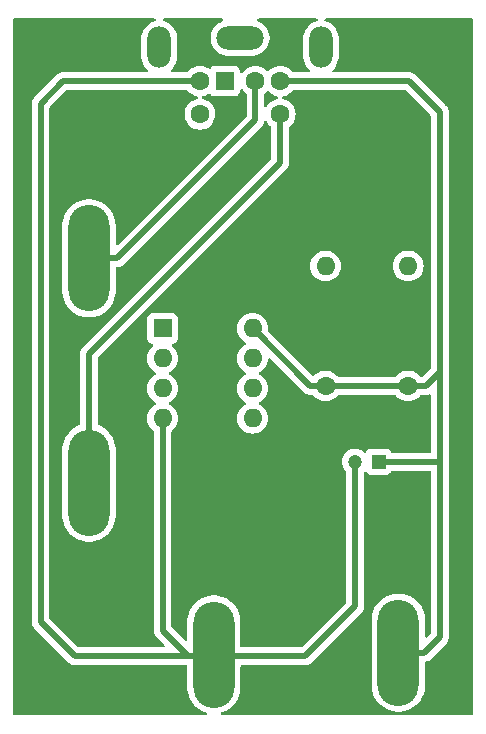
<source format=gbr>
%TF.GenerationSoftware,KiCad,Pcbnew,8.0.4*%
%TF.CreationDate,2024-09-08T09:34:43+02:00*%
%TF.ProjectId,Lichtschranke-M,4c696368-7473-4636-9872-616e6b652d4d,rev?*%
%TF.SameCoordinates,Original*%
%TF.FileFunction,Copper,L2,Bot*%
%TF.FilePolarity,Positive*%
%FSLAX46Y46*%
G04 Gerber Fmt 4.6, Leading zero omitted, Abs format (unit mm)*
G04 Created by KiCad (PCBNEW 8.0.4) date 2024-09-08 09:34:43*
%MOMM*%
%LPD*%
G01*
G04 APERTURE LIST*
%TA.AperFunction,ComponentPad*%
%ADD10O,3.500000X9.000000*%
%TD*%
%TA.AperFunction,ComponentPad*%
%ADD11R,1.600000X1.600000*%
%TD*%
%TA.AperFunction,ComponentPad*%
%ADD12C,1.600000*%
%TD*%
%TA.AperFunction,ComponentPad*%
%ADD13O,2.000000X3.500000*%
%TD*%
%TA.AperFunction,ComponentPad*%
%ADD14O,4.000000X2.000000*%
%TD*%
%TA.AperFunction,ComponentPad*%
%ADD15O,1.600000X1.600000*%
%TD*%
%TA.AperFunction,ComponentPad*%
%ADD16R,1.200000X1.200000*%
%TD*%
%TA.AperFunction,ComponentPad*%
%ADD17C,1.200000*%
%TD*%
%TA.AperFunction,Conductor*%
%ADD18C,0.500000*%
%TD*%
%TA.AperFunction,Conductor*%
%ADD19C,0.200000*%
%TD*%
G04 APERTURE END LIST*
D10*
%TO.P,J3,1,Pin_1*%
%TO.N,F*%
X132000000Y-89500000D03*
%TD*%
%TO.P,J5,1,Pin_1*%
%TO.N,+5V*%
X158200000Y-103900000D03*
%TD*%
%TO.P,J2,1,Pin_1*%
%TO.N,E*%
X132000000Y-70500000D03*
%TD*%
%TO.P,J4,1,Pin_1*%
%TO.N,GND*%
X142570000Y-104050000D03*
%TD*%
D11*
%TO.P,J1,1*%
%TO.N,SDA*%
X143500000Y-55500000D03*
D12*
%TO.P,J1,2*%
%TO.N,E*%
X146100000Y-55500000D03*
%TO.P,J1,3*%
%TO.N,GND*%
X141400000Y-55500000D03*
%TO.P,J1,4*%
%TO.N,+5V*%
X148200000Y-55500000D03*
%TO.P,J1,5*%
%TO.N,SCK*%
X141400000Y-58300000D03*
%TO.P,J1,6*%
%TO.N,F*%
X148200000Y-58300000D03*
D13*
%TO.P,J1,7*%
%TO.N,N/C*%
X151650000Y-52650000D03*
D14*
X144800000Y-51850000D03*
D13*
X137950000Y-52650000D03*
%TD*%
D12*
%TO.P,R1,1*%
%TO.N,+5V*%
X152030000Y-81310000D03*
D15*
%TO.P,R1,2*%
%TO.N,Net-(U1-PB2)*%
X152030000Y-71150000D03*
%TD*%
D16*
%TO.P,C2,1*%
%TO.N,+5V*%
X156520000Y-87730000D03*
D17*
%TO.P,C2,2*%
%TO.N,GND*%
X154520000Y-87730000D03*
%TD*%
D12*
%TO.P,R2,1*%
%TO.N,+5V*%
X159030000Y-81310000D03*
D15*
%TO.P,R2,2*%
%TO.N,Net-(U1-AREF{slash}PB0)*%
X159030000Y-71150000D03*
%TD*%
D11*
%TO.P,U1,1,~{RESET}/PB5*%
%TO.N,unconnected-(U1-~{RESET}{slash}PB5-Pad1)*%
X138230000Y-76430000D03*
D15*
%TO.P,U1,2,XTAL1/PB3*%
%TO.N,unconnected-(U1-XTAL1{slash}PB3-Pad2)*%
X138230000Y-78970000D03*
%TO.P,U1,3,XTAL2/PB4*%
%TO.N,unconnected-(U1-XTAL2{slash}PB4-Pad3)*%
X138230000Y-81510000D03*
%TO.P,U1,4,GND*%
%TO.N,GND*%
X138230000Y-84050000D03*
%TO.P,U1,5,AREF/PB0*%
%TO.N,Net-(U1-AREF{slash}PB0)*%
X145850000Y-84050000D03*
%TO.P,U1,6,PB1*%
%TO.N,unconnected-(U1-PB1-Pad6)*%
X145850000Y-81510000D03*
%TO.P,U1,7,PB2*%
%TO.N,Net-(U1-PB2)*%
X145850000Y-78970000D03*
%TO.P,U1,8,VCC*%
%TO.N,+5V*%
X145850000Y-76430000D03*
%TD*%
D18*
%TO.N,GND*%
X138230000Y-102030000D02*
X140400000Y-104200000D01*
X129800000Y-55500000D02*
X127900000Y-57400000D01*
X150300000Y-104200000D02*
X154530000Y-99970000D01*
D19*
X138230000Y-98070000D02*
X138200000Y-98100000D01*
D18*
X154530000Y-99970000D02*
X154530000Y-87730000D01*
X142500000Y-104200000D02*
X140400000Y-104200000D01*
X130800000Y-104200000D02*
X127900000Y-101300000D01*
X142500000Y-104200000D02*
X150300000Y-104200000D01*
D19*
X138200000Y-97230000D02*
X138230000Y-97200000D01*
D18*
X138230000Y-84050000D02*
X138230000Y-97500000D01*
D19*
X138200000Y-98100000D02*
X138200000Y-97230000D01*
D18*
X127900000Y-57400000D02*
X127900000Y-101300000D01*
X141400000Y-55500000D02*
X129800000Y-55500000D01*
X138230000Y-97500000D02*
X138230000Y-98070000D01*
X138230000Y-97500000D02*
X138230000Y-102030000D01*
X140400000Y-104200000D02*
X130800000Y-104200000D01*
D19*
%TO.N,+5V*%
X159000000Y-103100000D02*
X158200000Y-103900000D01*
D18*
X161700000Y-87800000D02*
X161700000Y-102600000D01*
X150730000Y-81310000D02*
X145850000Y-76430000D01*
D19*
X156630000Y-81410000D02*
X156730000Y-81310000D01*
X156530000Y-87730000D02*
X156630000Y-87630000D01*
D18*
X159030000Y-81310000D02*
X156730000Y-81310000D01*
D19*
X161630000Y-87730000D02*
X161700000Y-87800000D01*
D18*
X161700000Y-80160000D02*
X161700000Y-79500000D01*
X161700000Y-79500000D02*
X161700000Y-71800000D01*
X161700000Y-102600000D02*
X160400000Y-103900000D01*
X161700000Y-79500000D02*
X161700000Y-87800000D01*
X160550000Y-81310000D02*
X161700000Y-80160000D01*
X156530000Y-87730000D02*
X161630000Y-87730000D01*
X152030000Y-81310000D02*
X150730000Y-81310000D01*
X160400000Y-103900000D02*
X158200000Y-103900000D01*
X159030000Y-81310000D02*
X160550000Y-81310000D01*
X161700000Y-58100000D02*
X161700000Y-72200000D01*
D19*
X161700000Y-72200000D02*
X161700000Y-71800000D01*
D18*
X159100000Y-55500000D02*
X161700000Y-58100000D01*
D19*
X161730000Y-80130000D02*
X161730000Y-79930000D01*
D18*
X148200000Y-55500000D02*
X159100000Y-55500000D01*
X156730000Y-81310000D02*
X152030000Y-81310000D01*
%TO.N,F*%
X148200000Y-62397900D02*
X148200000Y-58300000D01*
X132000000Y-78597900D02*
X148200000Y-62397900D01*
X132000000Y-89500000D02*
X132000000Y-78597900D01*
%TO.N,E*%
X134400000Y-70500000D02*
X146100000Y-58800000D01*
X146100000Y-58800000D02*
X146100000Y-55500000D01*
X132000000Y-70500000D02*
X134400000Y-70500000D01*
D19*
%TO.N,Net-(U1-AREF{slash}PB0)*%
X158750000Y-71150000D02*
X159030000Y-71150000D01*
X159030000Y-70650000D02*
X159030000Y-71150000D01*
X159030000Y-71150000D02*
X159030000Y-71751700D01*
%TD*%
%TA.AperFunction,NonConductor*%
G36*
X143305053Y-50220185D02*
G01*
X143350808Y-50272989D01*
X143360752Y-50342147D01*
X143331727Y-50405703D01*
X143276334Y-50442430D01*
X143253631Y-50449806D01*
X143224003Y-50459433D01*
X143013566Y-50566657D01*
X142944748Y-50616657D01*
X142822490Y-50705483D01*
X142822488Y-50705485D01*
X142822487Y-50705485D01*
X142655485Y-50872487D01*
X142655485Y-50872488D01*
X142655483Y-50872490D01*
X142619158Y-50922487D01*
X142516657Y-51063566D01*
X142409433Y-51274003D01*
X142336446Y-51498631D01*
X142299500Y-51731902D01*
X142299500Y-51968097D01*
X142336446Y-52201368D01*
X142409433Y-52425996D01*
X142516657Y-52636433D01*
X142655483Y-52827510D01*
X142822490Y-52994517D01*
X143013567Y-53133343D01*
X143112991Y-53184002D01*
X143224003Y-53240566D01*
X143224005Y-53240566D01*
X143224008Y-53240568D01*
X143344412Y-53279689D01*
X143448631Y-53313553D01*
X143681903Y-53350500D01*
X143681908Y-53350500D01*
X145918097Y-53350500D01*
X146151368Y-53313553D01*
X146375992Y-53240568D01*
X146586433Y-53133343D01*
X146777510Y-52994517D01*
X146944517Y-52827510D01*
X147083343Y-52636433D01*
X147190568Y-52425992D01*
X147263553Y-52201368D01*
X147300500Y-51968097D01*
X147300500Y-51731902D01*
X147263553Y-51498631D01*
X147190566Y-51274003D01*
X147083342Y-51063566D01*
X146944517Y-50872490D01*
X146777510Y-50705483D01*
X146586433Y-50566657D01*
X146375996Y-50459433D01*
X146355845Y-50452886D01*
X146323665Y-50442430D01*
X146265992Y-50402993D01*
X146238794Y-50338634D01*
X146250709Y-50269788D01*
X146297953Y-50218312D01*
X146361986Y-50200500D01*
X151241896Y-50200500D01*
X151308935Y-50220185D01*
X151354690Y-50272989D01*
X151364634Y-50342147D01*
X151335609Y-50405703D01*
X151280215Y-50442431D01*
X151074003Y-50509433D01*
X150863566Y-50616657D01*
X150754550Y-50695862D01*
X150672490Y-50755483D01*
X150672488Y-50755485D01*
X150672487Y-50755485D01*
X150505485Y-50922487D01*
X150505485Y-50922488D01*
X150505483Y-50922490D01*
X150445862Y-51004550D01*
X150366657Y-51113566D01*
X150259433Y-51324003D01*
X150186446Y-51548631D01*
X150149500Y-51781902D01*
X150149500Y-53518097D01*
X150186446Y-53751368D01*
X150259433Y-53975996D01*
X150366657Y-54186433D01*
X150505483Y-54377510D01*
X150505485Y-54377512D01*
X150665792Y-54537819D01*
X150699277Y-54599142D01*
X150694293Y-54668834D01*
X150652421Y-54724767D01*
X150586957Y-54749184D01*
X150578111Y-54749500D01*
X149326663Y-54749500D01*
X149259624Y-54729815D01*
X149225088Y-54696623D01*
X149200045Y-54660858D01*
X149039141Y-54499954D01*
X148852734Y-54369432D01*
X148852732Y-54369431D01*
X148646497Y-54273261D01*
X148646488Y-54273258D01*
X148426697Y-54214366D01*
X148426693Y-54214365D01*
X148426692Y-54214365D01*
X148426691Y-54214364D01*
X148426686Y-54214364D01*
X148200002Y-54194532D01*
X148199998Y-54194532D01*
X147973313Y-54214364D01*
X147973302Y-54214366D01*
X147753511Y-54273258D01*
X147753502Y-54273261D01*
X147547267Y-54369431D01*
X147547265Y-54369432D01*
X147360858Y-54499954D01*
X147237681Y-54623132D01*
X147176358Y-54656617D01*
X147106666Y-54651633D01*
X147062319Y-54623132D01*
X146939141Y-54499954D01*
X146752734Y-54369432D01*
X146752732Y-54369431D01*
X146546497Y-54273261D01*
X146546488Y-54273258D01*
X146326697Y-54214366D01*
X146326693Y-54214365D01*
X146326692Y-54214365D01*
X146326691Y-54214364D01*
X146326686Y-54214364D01*
X146100002Y-54194532D01*
X146099998Y-54194532D01*
X145873313Y-54214364D01*
X145873302Y-54214366D01*
X145653511Y-54273258D01*
X145653502Y-54273261D01*
X145447267Y-54369431D01*
X145447265Y-54369432D01*
X145260858Y-54499954D01*
X145099954Y-54660858D01*
X145026074Y-54766372D01*
X144971498Y-54809997D01*
X144901999Y-54817191D01*
X144839644Y-54785669D01*
X144804230Y-54725439D01*
X144800499Y-54695249D01*
X144800499Y-54652129D01*
X144800498Y-54652123D01*
X144800445Y-54651633D01*
X144794091Y-54592517D01*
X144776188Y-54544517D01*
X144743797Y-54457671D01*
X144743793Y-54457664D01*
X144657547Y-54342455D01*
X144657544Y-54342452D01*
X144542335Y-54256206D01*
X144542328Y-54256202D01*
X144407482Y-54205908D01*
X144407483Y-54205908D01*
X144347883Y-54199501D01*
X144347881Y-54199500D01*
X144347873Y-54199500D01*
X144347864Y-54199500D01*
X142652129Y-54199500D01*
X142652123Y-54199501D01*
X142592516Y-54205908D01*
X142457671Y-54256202D01*
X142457664Y-54256206D01*
X142342455Y-54342452D01*
X142301555Y-54397087D01*
X142245620Y-54438958D01*
X142175929Y-54443941D01*
X142131166Y-54424350D01*
X142052734Y-54369432D01*
X142052732Y-54369431D01*
X141846497Y-54273261D01*
X141846488Y-54273258D01*
X141626697Y-54214366D01*
X141626693Y-54214365D01*
X141626692Y-54214365D01*
X141626691Y-54214364D01*
X141626686Y-54214364D01*
X141400002Y-54194532D01*
X141399998Y-54194532D01*
X141173313Y-54214364D01*
X141173302Y-54214366D01*
X140953511Y-54273258D01*
X140953502Y-54273261D01*
X140747267Y-54369431D01*
X140747265Y-54369432D01*
X140560858Y-54499954D01*
X140399954Y-54660858D01*
X140374912Y-54696623D01*
X140320335Y-54740248D01*
X140273337Y-54749500D01*
X139021889Y-54749500D01*
X138954850Y-54729815D01*
X138909095Y-54677011D01*
X138899151Y-54607853D01*
X138928176Y-54544297D01*
X138934208Y-54537819D01*
X139014358Y-54457669D01*
X139094517Y-54377510D01*
X139233343Y-54186433D01*
X139340568Y-53975992D01*
X139413553Y-53751368D01*
X139450500Y-53518097D01*
X139450500Y-51781902D01*
X139413553Y-51548631D01*
X139340566Y-51324003D01*
X139233342Y-51113566D01*
X139094517Y-50922490D01*
X138927510Y-50755483D01*
X138736433Y-50616657D01*
X138525996Y-50509433D01*
X138319785Y-50442431D01*
X138262110Y-50402993D01*
X138234912Y-50338634D01*
X138246827Y-50269788D01*
X138294071Y-50218312D01*
X138358104Y-50200500D01*
X143238014Y-50200500D01*
X143305053Y-50220185D01*
G37*
%TD.AperFunction*%
%TA.AperFunction,NonConductor*%
G36*
X147193334Y-56348367D02*
G01*
X147237681Y-56376868D01*
X147360858Y-56500045D01*
X147360861Y-56500047D01*
X147547266Y-56630568D01*
X147753504Y-56726739D01*
X147753509Y-56726740D01*
X147753511Y-56726741D01*
X147953117Y-56780225D01*
X148012778Y-56816590D01*
X148043307Y-56879437D01*
X148035012Y-56948812D01*
X147990527Y-57002690D01*
X147953117Y-57019775D01*
X147753511Y-57073258D01*
X147753502Y-57073261D01*
X147547267Y-57169431D01*
X147547265Y-57169432D01*
X147360858Y-57299954D01*
X147199954Y-57460858D01*
X147076075Y-57637779D01*
X147021499Y-57681404D01*
X146952000Y-57688598D01*
X146889645Y-57657076D01*
X146854231Y-57596846D01*
X146850500Y-57566656D01*
X146850500Y-56626662D01*
X146870185Y-56559623D01*
X146903379Y-56525086D01*
X146939140Y-56500046D01*
X147062319Y-56376868D01*
X147123642Y-56343383D01*
X147193334Y-56348367D01*
G37*
%TD.AperFunction*%
%TA.AperFunction,NonConductor*%
G36*
X145005700Y-56211037D02*
G01*
X145026074Y-56233629D01*
X145099953Y-56339140D01*
X145260859Y-56500046D01*
X145296621Y-56525086D01*
X145340247Y-56579662D01*
X145349500Y-56626662D01*
X145349500Y-58437770D01*
X145329815Y-58504809D01*
X145313181Y-58525451D01*
X134462181Y-69376451D01*
X134400858Y-69409936D01*
X134331166Y-69404952D01*
X134275233Y-69363080D01*
X134250816Y-69297616D01*
X134250500Y-69288770D01*
X134250500Y-67602500D01*
X134250499Y-67602486D01*
X134248646Y-67588415D01*
X134211993Y-67310007D01*
X134135639Y-67025048D01*
X134022743Y-66752493D01*
X133875238Y-66497006D01*
X133695646Y-66262958D01*
X133695641Y-66262952D01*
X133487047Y-66054358D01*
X133487040Y-66054352D01*
X133252993Y-65874761D01*
X132997510Y-65727258D01*
X132997500Y-65727254D01*
X132724961Y-65614364D01*
X132724954Y-65614362D01*
X132724952Y-65614361D01*
X132439993Y-65538007D01*
X132391113Y-65531571D01*
X132147513Y-65499500D01*
X132147506Y-65499500D01*
X131852494Y-65499500D01*
X131852486Y-65499500D01*
X131574085Y-65536153D01*
X131560007Y-65538007D01*
X131275048Y-65614361D01*
X131275038Y-65614364D01*
X131002499Y-65727254D01*
X131002489Y-65727258D01*
X130747006Y-65874761D01*
X130512959Y-66054352D01*
X130512952Y-66054358D01*
X130304358Y-66262952D01*
X130304352Y-66262959D01*
X130124761Y-66497006D01*
X129977258Y-66752489D01*
X129977254Y-66752499D01*
X129864364Y-67025038D01*
X129864361Y-67025048D01*
X129788008Y-67310004D01*
X129788006Y-67310015D01*
X129749500Y-67602486D01*
X129749500Y-73397513D01*
X129781571Y-73641113D01*
X129788007Y-73689993D01*
X129788008Y-73689995D01*
X129864361Y-73974951D01*
X129864364Y-73974961D01*
X129977254Y-74247500D01*
X129977258Y-74247510D01*
X130124761Y-74502993D01*
X130304352Y-74737040D01*
X130304358Y-74737047D01*
X130512952Y-74945641D01*
X130512959Y-74945647D01*
X130747006Y-75125238D01*
X131002489Y-75272741D01*
X131002490Y-75272741D01*
X131002493Y-75272743D01*
X131275048Y-75385639D01*
X131560007Y-75461993D01*
X131852494Y-75500500D01*
X131852501Y-75500500D01*
X132147499Y-75500500D01*
X132147506Y-75500500D01*
X132439993Y-75461993D01*
X132724952Y-75385639D01*
X132997507Y-75272743D01*
X133252994Y-75125238D01*
X133487042Y-74945646D01*
X133695646Y-74737042D01*
X133875238Y-74502994D01*
X134022743Y-74247507D01*
X134135639Y-73974952D01*
X134211993Y-73689993D01*
X134250500Y-73397506D01*
X134250500Y-71374500D01*
X134270185Y-71307461D01*
X134322989Y-71261706D01*
X134374500Y-71250500D01*
X134473920Y-71250500D01*
X134571462Y-71231096D01*
X134618913Y-71221658D01*
X134755495Y-71165084D01*
X134804729Y-71132186D01*
X134878416Y-71082952D01*
X146682952Y-59278415D01*
X146710205Y-59237627D01*
X146765084Y-59155495D01*
X146788894Y-59098013D01*
X146821659Y-59018912D01*
X146831071Y-58971592D01*
X146863455Y-58909684D01*
X146924170Y-58875109D01*
X146993940Y-58878848D01*
X147050612Y-58919713D01*
X147065069Y-58943377D01*
X147069432Y-58952734D01*
X147199954Y-59139141D01*
X147360859Y-59300046D01*
X147396621Y-59325086D01*
X147440247Y-59379662D01*
X147449500Y-59426662D01*
X147449500Y-62035669D01*
X147429815Y-62102708D01*
X147413181Y-62123350D01*
X131417050Y-78119480D01*
X131417044Y-78119488D01*
X131367812Y-78193168D01*
X131367813Y-78193169D01*
X131334921Y-78242396D01*
X131334914Y-78242408D01*
X131278342Y-78378986D01*
X131278340Y-78378992D01*
X131249500Y-78523979D01*
X131249500Y-84542088D01*
X131229815Y-84609127D01*
X131177011Y-84654882D01*
X131172953Y-84656649D01*
X131002499Y-84727253D01*
X131002489Y-84727258D01*
X130747006Y-84874761D01*
X130512959Y-85054352D01*
X130512952Y-85054358D01*
X130304358Y-85262952D01*
X130304352Y-85262959D01*
X130124761Y-85497006D01*
X129977258Y-85752489D01*
X129977254Y-85752499D01*
X129864364Y-86025038D01*
X129864361Y-86025048D01*
X129788008Y-86310004D01*
X129788006Y-86310015D01*
X129749500Y-86602486D01*
X129749500Y-92397513D01*
X129781571Y-92641113D01*
X129788007Y-92689993D01*
X129788008Y-92689995D01*
X129864361Y-92974951D01*
X129864364Y-92974961D01*
X129977254Y-93247500D01*
X129977258Y-93247510D01*
X130124761Y-93502993D01*
X130304352Y-93737040D01*
X130304358Y-93737047D01*
X130512952Y-93945641D01*
X130512959Y-93945647D01*
X130747006Y-94125238D01*
X131002489Y-94272741D01*
X131002490Y-94272741D01*
X131002493Y-94272743D01*
X131275048Y-94385639D01*
X131560007Y-94461993D01*
X131852494Y-94500500D01*
X131852501Y-94500500D01*
X132147499Y-94500500D01*
X132147506Y-94500500D01*
X132439993Y-94461993D01*
X132724952Y-94385639D01*
X132997507Y-94272743D01*
X133252994Y-94125238D01*
X133487042Y-93945646D01*
X133695646Y-93737042D01*
X133875238Y-93502994D01*
X134022743Y-93247507D01*
X134135639Y-92974952D01*
X134211993Y-92689993D01*
X134250500Y-92397506D01*
X134250500Y-86602494D01*
X134211993Y-86310007D01*
X134135639Y-86025048D01*
X134022743Y-85752493D01*
X133875238Y-85497006D01*
X133695646Y-85262958D01*
X133695641Y-85262952D01*
X133487047Y-85054358D01*
X133487040Y-85054352D01*
X133252993Y-84874761D01*
X132997510Y-84727258D01*
X132997500Y-84727253D01*
X132827047Y-84656649D01*
X132772644Y-84612808D01*
X132750579Y-84546513D01*
X132750500Y-84542088D01*
X132750500Y-78960130D01*
X132770185Y-78893091D01*
X132786819Y-78872449D01*
X140509270Y-71149998D01*
X150724532Y-71149998D01*
X150724532Y-71150001D01*
X150744364Y-71376686D01*
X150744366Y-71376697D01*
X150803258Y-71596488D01*
X150803261Y-71596497D01*
X150899431Y-71802732D01*
X150899432Y-71802734D01*
X151029954Y-71989141D01*
X151190858Y-72150045D01*
X151190861Y-72150047D01*
X151377266Y-72280568D01*
X151583504Y-72376739D01*
X151803308Y-72435635D01*
X151965230Y-72449801D01*
X152029998Y-72455468D01*
X152030000Y-72455468D01*
X152030002Y-72455468D01*
X152086673Y-72450509D01*
X152256692Y-72435635D01*
X152476496Y-72376739D01*
X152682734Y-72280568D01*
X152869139Y-72150047D01*
X153030047Y-71989139D01*
X153160568Y-71802734D01*
X153256739Y-71596496D01*
X153315635Y-71376692D01*
X153335468Y-71150000D01*
X153335468Y-71149998D01*
X157724532Y-71149998D01*
X157724532Y-71150001D01*
X157744364Y-71376686D01*
X157744366Y-71376697D01*
X157803258Y-71596488D01*
X157803261Y-71596497D01*
X157899431Y-71802732D01*
X157899432Y-71802734D01*
X158029954Y-71989141D01*
X158190858Y-72150045D01*
X158190861Y-72150047D01*
X158377266Y-72280568D01*
X158583504Y-72376739D01*
X158803308Y-72435635D01*
X158965230Y-72449801D01*
X159029998Y-72455468D01*
X159030000Y-72455468D01*
X159030002Y-72455468D01*
X159086673Y-72450509D01*
X159256692Y-72435635D01*
X159476496Y-72376739D01*
X159682734Y-72280568D01*
X159869139Y-72150047D01*
X160030047Y-71989139D01*
X160160568Y-71802734D01*
X160256739Y-71596496D01*
X160315635Y-71376692D01*
X160335468Y-71150000D01*
X160333909Y-71132186D01*
X160315635Y-70923313D01*
X160315635Y-70923308D01*
X160256739Y-70703504D01*
X160160568Y-70497266D01*
X160030047Y-70310861D01*
X160030045Y-70310858D01*
X159869141Y-70149954D01*
X159682734Y-70019432D01*
X159682732Y-70019431D01*
X159476497Y-69923261D01*
X159476488Y-69923258D01*
X159256697Y-69864366D01*
X159256693Y-69864365D01*
X159256692Y-69864365D01*
X159256691Y-69864364D01*
X159256686Y-69864364D01*
X159030002Y-69844532D01*
X159029998Y-69844532D01*
X158803313Y-69864364D01*
X158803302Y-69864366D01*
X158583511Y-69923258D01*
X158583502Y-69923261D01*
X158377267Y-70019431D01*
X158377265Y-70019432D01*
X158190858Y-70149954D01*
X158029954Y-70310858D01*
X157899432Y-70497265D01*
X157899431Y-70497267D01*
X157803261Y-70703502D01*
X157803258Y-70703511D01*
X157744366Y-70923302D01*
X157744364Y-70923313D01*
X157724532Y-71149998D01*
X153335468Y-71149998D01*
X153333909Y-71132186D01*
X153315635Y-70923313D01*
X153315635Y-70923308D01*
X153256739Y-70703504D01*
X153160568Y-70497266D01*
X153030047Y-70310861D01*
X153030045Y-70310858D01*
X152869141Y-70149954D01*
X152682734Y-70019432D01*
X152682732Y-70019431D01*
X152476497Y-69923261D01*
X152476488Y-69923258D01*
X152256697Y-69864366D01*
X152256693Y-69864365D01*
X152256692Y-69864365D01*
X152256691Y-69864364D01*
X152256686Y-69864364D01*
X152030002Y-69844532D01*
X152029998Y-69844532D01*
X151803313Y-69864364D01*
X151803302Y-69864366D01*
X151583511Y-69923258D01*
X151583502Y-69923261D01*
X151377267Y-70019431D01*
X151377265Y-70019432D01*
X151190858Y-70149954D01*
X151029954Y-70310858D01*
X150899432Y-70497265D01*
X150899431Y-70497267D01*
X150803261Y-70703502D01*
X150803258Y-70703511D01*
X150744366Y-70923302D01*
X150744364Y-70923313D01*
X150724532Y-71149998D01*
X140509270Y-71149998D01*
X140735966Y-70923302D01*
X148782952Y-62876316D01*
X148832186Y-62802629D01*
X148865084Y-62753395D01*
X148888518Y-62696820D01*
X148921659Y-62616812D01*
X148950500Y-62471817D01*
X148950500Y-62323982D01*
X148950500Y-59426662D01*
X148970185Y-59359623D01*
X149003379Y-59325086D01*
X149039140Y-59300046D01*
X149200045Y-59139141D01*
X149200047Y-59139139D01*
X149330568Y-58952734D01*
X149426739Y-58746496D01*
X149485635Y-58526692D01*
X149505468Y-58300000D01*
X149485635Y-58073308D01*
X149434130Y-57881087D01*
X149426741Y-57853511D01*
X149426738Y-57853502D01*
X149375914Y-57744511D01*
X149330568Y-57647266D01*
X149200047Y-57460861D01*
X149200045Y-57460858D01*
X149039141Y-57299954D01*
X148852734Y-57169432D01*
X148852732Y-57169431D01*
X148646497Y-57073261D01*
X148646488Y-57073258D01*
X148446882Y-57019775D01*
X148387221Y-56983410D01*
X148356692Y-56920563D01*
X148364987Y-56851188D01*
X148409472Y-56797310D01*
X148446882Y-56780225D01*
X148582849Y-56743793D01*
X148646496Y-56726739D01*
X148852734Y-56630568D01*
X149039139Y-56500047D01*
X149200047Y-56339139D01*
X149225088Y-56303377D01*
X149279665Y-56259752D01*
X149326663Y-56250500D01*
X158737770Y-56250500D01*
X158804809Y-56270185D01*
X158825451Y-56286819D01*
X160913181Y-58374548D01*
X160946666Y-58435871D01*
X160949500Y-58462229D01*
X160949500Y-79797770D01*
X160929815Y-79864809D01*
X160913181Y-79885451D01*
X160275451Y-80523181D01*
X160214128Y-80556666D01*
X160187770Y-80559500D01*
X160156663Y-80559500D01*
X160089624Y-80539815D01*
X160055088Y-80506623D01*
X160030045Y-80470858D01*
X159869141Y-80309954D01*
X159682734Y-80179432D01*
X159682732Y-80179431D01*
X159476497Y-80083261D01*
X159476488Y-80083258D01*
X159256697Y-80024366D01*
X159256693Y-80024365D01*
X159256692Y-80024365D01*
X159256691Y-80024364D01*
X159256686Y-80024364D01*
X159030002Y-80004532D01*
X159029998Y-80004532D01*
X158803313Y-80024364D01*
X158803302Y-80024366D01*
X158583511Y-80083258D01*
X158583502Y-80083261D01*
X158377267Y-80179431D01*
X158377265Y-80179432D01*
X158190858Y-80309954D01*
X158029954Y-80470858D01*
X158004912Y-80506623D01*
X157950335Y-80550248D01*
X157903337Y-80559500D01*
X153156663Y-80559500D01*
X153089624Y-80539815D01*
X153055088Y-80506623D01*
X153030045Y-80470858D01*
X152869141Y-80309954D01*
X152682734Y-80179432D01*
X152682732Y-80179431D01*
X152476497Y-80083261D01*
X152476488Y-80083258D01*
X152256697Y-80024366D01*
X152256693Y-80024365D01*
X152256692Y-80024365D01*
X152256691Y-80024364D01*
X152256686Y-80024364D01*
X152030002Y-80004532D01*
X152029998Y-80004532D01*
X151803313Y-80024364D01*
X151803302Y-80024366D01*
X151583511Y-80083258D01*
X151583502Y-80083261D01*
X151377267Y-80179431D01*
X151377265Y-80179432D01*
X151190858Y-80309954D01*
X151078771Y-80422042D01*
X151017448Y-80455527D01*
X150947756Y-80450543D01*
X150903409Y-80422042D01*
X147176716Y-76695348D01*
X147143231Y-76634025D01*
X147140869Y-76596863D01*
X147155468Y-76430000D01*
X147135635Y-76203308D01*
X147076739Y-75983504D01*
X146980568Y-75777266D01*
X146850047Y-75590861D01*
X146850045Y-75590858D01*
X146689141Y-75429954D01*
X146502734Y-75299432D01*
X146502732Y-75299431D01*
X146296497Y-75203261D01*
X146296488Y-75203258D01*
X146076697Y-75144366D01*
X146076693Y-75144365D01*
X146076692Y-75144365D01*
X146076691Y-75144364D01*
X146076686Y-75144364D01*
X145850002Y-75124532D01*
X145849998Y-75124532D01*
X145623313Y-75144364D01*
X145623302Y-75144366D01*
X145403511Y-75203258D01*
X145403502Y-75203261D01*
X145197267Y-75299431D01*
X145197265Y-75299432D01*
X145010858Y-75429954D01*
X144849954Y-75590858D01*
X144719432Y-75777265D01*
X144719431Y-75777267D01*
X144623261Y-75983502D01*
X144623258Y-75983511D01*
X144564366Y-76203302D01*
X144564364Y-76203313D01*
X144544532Y-76429998D01*
X144544532Y-76430001D01*
X144564364Y-76656686D01*
X144564366Y-76656697D01*
X144623258Y-76876488D01*
X144623261Y-76876497D01*
X144719431Y-77082732D01*
X144719432Y-77082734D01*
X144849954Y-77269141D01*
X145010858Y-77430045D01*
X145010861Y-77430047D01*
X145197266Y-77560568D01*
X145255275Y-77587618D01*
X145307714Y-77633791D01*
X145326866Y-77700984D01*
X145306650Y-77767865D01*
X145255275Y-77812382D01*
X145197267Y-77839431D01*
X145197265Y-77839432D01*
X145010858Y-77969954D01*
X144849954Y-78130858D01*
X144719432Y-78317265D01*
X144719431Y-78317267D01*
X144623261Y-78523502D01*
X144623258Y-78523511D01*
X144564366Y-78743302D01*
X144564364Y-78743313D01*
X144544532Y-78969998D01*
X144544532Y-78970001D01*
X144564364Y-79196686D01*
X144564366Y-79196697D01*
X144623258Y-79416488D01*
X144623261Y-79416497D01*
X144719431Y-79622732D01*
X144719432Y-79622734D01*
X144849954Y-79809141D01*
X145010858Y-79970045D01*
X145010861Y-79970047D01*
X145197266Y-80100568D01*
X145255275Y-80127618D01*
X145307714Y-80173791D01*
X145326866Y-80240984D01*
X145306650Y-80307865D01*
X145255275Y-80352382D01*
X145197267Y-80379431D01*
X145197265Y-80379432D01*
X145010858Y-80509954D01*
X144849954Y-80670858D01*
X144719432Y-80857265D01*
X144719431Y-80857267D01*
X144623261Y-81063502D01*
X144623258Y-81063511D01*
X144564366Y-81283302D01*
X144564364Y-81283313D01*
X144544532Y-81509998D01*
X144544532Y-81510001D01*
X144564364Y-81736686D01*
X144564366Y-81736697D01*
X144623258Y-81956488D01*
X144623261Y-81956497D01*
X144719431Y-82162732D01*
X144719432Y-82162734D01*
X144849954Y-82349141D01*
X145010858Y-82510045D01*
X145010861Y-82510047D01*
X145197266Y-82640568D01*
X145255275Y-82667618D01*
X145307714Y-82713791D01*
X145326866Y-82780984D01*
X145306650Y-82847865D01*
X145255275Y-82892382D01*
X145197267Y-82919431D01*
X145197265Y-82919432D01*
X145010858Y-83049954D01*
X144849954Y-83210858D01*
X144719432Y-83397265D01*
X144719431Y-83397267D01*
X144623261Y-83603502D01*
X144623258Y-83603511D01*
X144564366Y-83823302D01*
X144564364Y-83823313D01*
X144544532Y-84049998D01*
X144544532Y-84050001D01*
X144564364Y-84276686D01*
X144564366Y-84276697D01*
X144623258Y-84496488D01*
X144623261Y-84496497D01*
X144719431Y-84702732D01*
X144719432Y-84702734D01*
X144849954Y-84889141D01*
X145010858Y-85050045D01*
X145010861Y-85050047D01*
X145197266Y-85180568D01*
X145403504Y-85276739D01*
X145623308Y-85335635D01*
X145785230Y-85349801D01*
X145849998Y-85355468D01*
X145850000Y-85355468D01*
X145850002Y-85355468D01*
X145906673Y-85350509D01*
X146076692Y-85335635D01*
X146296496Y-85276739D01*
X146502734Y-85180568D01*
X146689139Y-85050047D01*
X146850047Y-84889139D01*
X146980568Y-84702734D01*
X147076739Y-84496496D01*
X147135635Y-84276692D01*
X147155468Y-84050000D01*
X147135635Y-83823308D01*
X147076739Y-83603504D01*
X146980568Y-83397266D01*
X146850047Y-83210861D01*
X146850045Y-83210858D01*
X146689141Y-83049954D01*
X146502734Y-82919432D01*
X146502728Y-82919429D01*
X146444725Y-82892382D01*
X146392285Y-82846210D01*
X146373133Y-82779017D01*
X146393348Y-82712135D01*
X146444725Y-82667618D01*
X146502734Y-82640568D01*
X146689139Y-82510047D01*
X146850047Y-82349139D01*
X146980568Y-82162734D01*
X147076739Y-81956496D01*
X147135635Y-81736692D01*
X147155468Y-81510000D01*
X147135635Y-81283308D01*
X147076739Y-81063504D01*
X146980568Y-80857266D01*
X146850047Y-80670861D01*
X146850045Y-80670858D01*
X146689141Y-80509954D01*
X146502734Y-80379432D01*
X146502728Y-80379429D01*
X146444725Y-80352382D01*
X146392285Y-80306210D01*
X146373133Y-80239017D01*
X146393348Y-80172135D01*
X146444725Y-80127618D01*
X146502734Y-80100568D01*
X146689139Y-79970047D01*
X146850047Y-79809139D01*
X146980568Y-79622734D01*
X147076739Y-79416496D01*
X147135635Y-79196692D01*
X147146223Y-79075670D01*
X147171674Y-79010604D01*
X147228265Y-78969626D01*
X147298027Y-78965747D01*
X147357431Y-78998799D01*
X148780675Y-80422042D01*
X150147049Y-81788416D01*
X150251584Y-81892951D01*
X150251585Y-81892952D01*
X150374498Y-81975080D01*
X150374511Y-81975087D01*
X150501954Y-82027875D01*
X150511087Y-82031658D01*
X150511091Y-82031658D01*
X150511092Y-82031659D01*
X150656079Y-82060500D01*
X150656082Y-82060500D01*
X150903337Y-82060500D01*
X150970376Y-82080185D01*
X151004912Y-82113377D01*
X151029954Y-82149141D01*
X151190858Y-82310045D01*
X151190861Y-82310047D01*
X151377266Y-82440568D01*
X151583504Y-82536739D01*
X151803308Y-82595635D01*
X151965230Y-82609801D01*
X152029998Y-82615468D01*
X152030000Y-82615468D01*
X152030002Y-82615468D01*
X152086673Y-82610509D01*
X152256692Y-82595635D01*
X152476496Y-82536739D01*
X152682734Y-82440568D01*
X152869139Y-82310047D01*
X153030047Y-82149139D01*
X153055088Y-82113377D01*
X153109665Y-82069752D01*
X153156663Y-82060500D01*
X156656082Y-82060500D01*
X157903337Y-82060500D01*
X157970376Y-82080185D01*
X158004912Y-82113377D01*
X158029954Y-82149141D01*
X158190858Y-82310045D01*
X158190861Y-82310047D01*
X158377266Y-82440568D01*
X158583504Y-82536739D01*
X158803308Y-82595635D01*
X158965230Y-82609801D01*
X159029998Y-82615468D01*
X159030000Y-82615468D01*
X159030002Y-82615468D01*
X159086673Y-82610509D01*
X159256692Y-82595635D01*
X159476496Y-82536739D01*
X159682734Y-82440568D01*
X159869139Y-82310047D01*
X160030047Y-82149139D01*
X160055088Y-82113377D01*
X160109665Y-82069752D01*
X160156663Y-82060500D01*
X160623920Y-82060500D01*
X160721462Y-82041096D01*
X160768913Y-82031658D01*
X160778046Y-82027874D01*
X160847514Y-82020405D01*
X160909994Y-82051678D01*
X160945648Y-82111766D01*
X160949500Y-82142435D01*
X160949500Y-86855500D01*
X160929815Y-86922539D01*
X160877011Y-86968294D01*
X160825500Y-86979500D01*
X157684141Y-86979500D01*
X157617102Y-86959815D01*
X157571347Y-86907011D01*
X157567969Y-86898859D01*
X157563796Y-86887669D01*
X157563793Y-86887665D01*
X157563793Y-86887664D01*
X157477547Y-86772455D01*
X157477544Y-86772452D01*
X157362335Y-86686206D01*
X157362328Y-86686202D01*
X157227482Y-86635908D01*
X157227483Y-86635908D01*
X157167883Y-86629501D01*
X157167881Y-86629500D01*
X157167873Y-86629500D01*
X157167864Y-86629500D01*
X155872129Y-86629500D01*
X155872123Y-86629501D01*
X155812516Y-86635908D01*
X155677671Y-86686202D01*
X155677664Y-86686206D01*
X155562455Y-86772452D01*
X155562452Y-86772455D01*
X155476206Y-86887664D01*
X155471953Y-86895454D01*
X155469741Y-86894246D01*
X155435840Y-86939511D01*
X155370370Y-86963913D01*
X155302101Y-86949045D01*
X155278015Y-86931864D01*
X155186041Y-86848019D01*
X155186039Y-86848017D01*
X155012642Y-86740655D01*
X155012635Y-86740651D01*
X154917546Y-86703814D01*
X154822456Y-86666976D01*
X154621976Y-86629500D01*
X154418024Y-86629500D01*
X154217544Y-86666976D01*
X154217541Y-86666976D01*
X154217541Y-86666977D01*
X154027364Y-86740651D01*
X154027357Y-86740655D01*
X153853960Y-86848017D01*
X153853958Y-86848019D01*
X153703237Y-86985418D01*
X153580327Y-87148178D01*
X153489422Y-87330739D01*
X153489417Y-87330752D01*
X153433602Y-87526917D01*
X153414785Y-87729999D01*
X153414785Y-87730000D01*
X153433602Y-87933082D01*
X153489417Y-88129247D01*
X153489422Y-88129260D01*
X153580327Y-88311821D01*
X153703236Y-88474579D01*
X153739038Y-88507216D01*
X153775319Y-88566928D01*
X153779500Y-88598854D01*
X153779500Y-99607770D01*
X153759815Y-99674809D01*
X153743181Y-99695451D01*
X150025451Y-103413181D01*
X149964128Y-103446666D01*
X149937770Y-103449500D01*
X144944500Y-103449500D01*
X144877461Y-103429815D01*
X144831706Y-103377011D01*
X144820500Y-103325500D01*
X144820500Y-101152500D01*
X144820499Y-101152486D01*
X144803774Y-101025451D01*
X144781993Y-100860007D01*
X144705639Y-100575048D01*
X144592743Y-100302493D01*
X144506138Y-100152489D01*
X144445238Y-100047006D01*
X144265647Y-99812959D01*
X144265641Y-99812952D01*
X144057047Y-99604358D01*
X144057040Y-99604352D01*
X143822993Y-99424761D01*
X143567510Y-99277258D01*
X143567500Y-99277254D01*
X143294961Y-99164364D01*
X143294954Y-99164362D01*
X143294952Y-99164361D01*
X143009993Y-99088007D01*
X142961113Y-99081571D01*
X142717513Y-99049500D01*
X142717506Y-99049500D01*
X142422494Y-99049500D01*
X142422486Y-99049500D01*
X142144085Y-99086153D01*
X142130007Y-99088007D01*
X141845048Y-99164361D01*
X141845038Y-99164364D01*
X141572499Y-99277254D01*
X141572489Y-99277258D01*
X141317006Y-99424761D01*
X141082959Y-99604352D01*
X141082952Y-99604358D01*
X140874358Y-99812952D01*
X140874352Y-99812959D01*
X140694761Y-100047006D01*
X140547258Y-100302489D01*
X140547254Y-100302499D01*
X140434364Y-100575038D01*
X140434361Y-100575048D01*
X140358008Y-100860004D01*
X140358006Y-100860015D01*
X140319500Y-101152486D01*
X140319500Y-102758770D01*
X140299815Y-102825809D01*
X140247011Y-102871564D01*
X140177853Y-102881508D01*
X140114297Y-102852483D01*
X140107819Y-102846451D01*
X139016819Y-101755451D01*
X138983334Y-101694128D01*
X138980500Y-101667770D01*
X138980500Y-85176662D01*
X139000185Y-85109623D01*
X139033379Y-85075086D01*
X139062988Y-85054354D01*
X139069139Y-85050047D01*
X139230047Y-84889139D01*
X139360568Y-84702734D01*
X139456739Y-84496496D01*
X139515635Y-84276692D01*
X139535468Y-84050000D01*
X139515635Y-83823308D01*
X139456739Y-83603504D01*
X139360568Y-83397266D01*
X139230047Y-83210861D01*
X139230045Y-83210858D01*
X139069141Y-83049954D01*
X138882734Y-82919432D01*
X138882728Y-82919429D01*
X138824725Y-82892382D01*
X138772285Y-82846210D01*
X138753133Y-82779017D01*
X138773348Y-82712135D01*
X138824725Y-82667618D01*
X138882734Y-82640568D01*
X139069139Y-82510047D01*
X139230047Y-82349139D01*
X139360568Y-82162734D01*
X139456739Y-81956496D01*
X139515635Y-81736692D01*
X139535468Y-81510000D01*
X139515635Y-81283308D01*
X139456739Y-81063504D01*
X139360568Y-80857266D01*
X139230047Y-80670861D01*
X139230045Y-80670858D01*
X139069141Y-80509954D01*
X138882734Y-80379432D01*
X138882728Y-80379429D01*
X138824725Y-80352382D01*
X138772285Y-80306210D01*
X138753133Y-80239017D01*
X138773348Y-80172135D01*
X138824725Y-80127618D01*
X138882734Y-80100568D01*
X139069139Y-79970047D01*
X139230047Y-79809139D01*
X139360568Y-79622734D01*
X139456739Y-79416496D01*
X139515635Y-79196692D01*
X139535468Y-78970000D01*
X139534604Y-78960130D01*
X139526933Y-78872449D01*
X139515635Y-78743308D01*
X139456739Y-78523504D01*
X139360568Y-78317266D01*
X139230047Y-78130861D01*
X139230045Y-78130858D01*
X139069143Y-77969956D01*
X139044536Y-77952726D01*
X139000912Y-77898149D01*
X138993719Y-77828650D01*
X139025241Y-77766296D01*
X139085471Y-77730882D01*
X139102404Y-77727861D01*
X139137483Y-77724091D01*
X139272331Y-77673796D01*
X139387546Y-77587546D01*
X139473796Y-77472331D01*
X139524091Y-77337483D01*
X139530500Y-77277873D01*
X139530499Y-75582128D01*
X139524091Y-75522517D01*
X139515879Y-75500500D01*
X139473797Y-75387671D01*
X139473793Y-75387664D01*
X139387547Y-75272455D01*
X139387544Y-75272452D01*
X139272335Y-75186206D01*
X139272328Y-75186202D01*
X139137482Y-75135908D01*
X139137483Y-75135908D01*
X139077883Y-75129501D01*
X139077881Y-75129500D01*
X139077873Y-75129500D01*
X139077864Y-75129500D01*
X137382129Y-75129500D01*
X137382123Y-75129501D01*
X137322516Y-75135908D01*
X137187671Y-75186202D01*
X137187664Y-75186206D01*
X137072455Y-75272452D01*
X137072452Y-75272455D01*
X136986206Y-75387664D01*
X136986202Y-75387671D01*
X136935908Y-75522517D01*
X136929501Y-75582116D01*
X136929501Y-75582123D01*
X136929500Y-75582135D01*
X136929500Y-77277870D01*
X136929501Y-77277876D01*
X136935908Y-77337483D01*
X136986202Y-77472328D01*
X136986206Y-77472335D01*
X137072452Y-77587544D01*
X137072455Y-77587547D01*
X137187664Y-77673793D01*
X137187671Y-77673797D01*
X137232618Y-77690561D01*
X137322517Y-77724091D01*
X137357596Y-77727862D01*
X137422144Y-77754599D01*
X137461993Y-77811991D01*
X137464488Y-77881816D01*
X137428836Y-77941905D01*
X137415464Y-77952725D01*
X137390858Y-77969954D01*
X137229954Y-78130858D01*
X137099432Y-78317265D01*
X137099431Y-78317267D01*
X137003261Y-78523502D01*
X137003258Y-78523511D01*
X136944366Y-78743302D01*
X136944364Y-78743313D01*
X136924532Y-78969998D01*
X136924532Y-78970001D01*
X136944364Y-79196686D01*
X136944366Y-79196697D01*
X137003258Y-79416488D01*
X137003261Y-79416497D01*
X137099431Y-79622732D01*
X137099432Y-79622734D01*
X137229954Y-79809141D01*
X137390858Y-79970045D01*
X137390861Y-79970047D01*
X137577266Y-80100568D01*
X137635275Y-80127618D01*
X137687714Y-80173791D01*
X137706866Y-80240984D01*
X137686650Y-80307865D01*
X137635275Y-80352382D01*
X137577267Y-80379431D01*
X137577265Y-80379432D01*
X137390858Y-80509954D01*
X137229954Y-80670858D01*
X137099432Y-80857265D01*
X137099431Y-80857267D01*
X137003261Y-81063502D01*
X137003258Y-81063511D01*
X136944366Y-81283302D01*
X136944364Y-81283313D01*
X136924532Y-81509998D01*
X136924532Y-81510001D01*
X136944364Y-81736686D01*
X136944366Y-81736697D01*
X137003258Y-81956488D01*
X137003261Y-81956497D01*
X137099431Y-82162732D01*
X137099432Y-82162734D01*
X137229954Y-82349141D01*
X137390858Y-82510045D01*
X137390861Y-82510047D01*
X137577266Y-82640568D01*
X137635275Y-82667618D01*
X137687714Y-82713791D01*
X137706866Y-82780984D01*
X137686650Y-82847865D01*
X137635275Y-82892382D01*
X137577267Y-82919431D01*
X137577265Y-82919432D01*
X137390858Y-83049954D01*
X137229954Y-83210858D01*
X137099432Y-83397265D01*
X137099431Y-83397267D01*
X137003261Y-83603502D01*
X137003258Y-83603511D01*
X136944366Y-83823302D01*
X136944364Y-83823313D01*
X136924532Y-84049998D01*
X136924532Y-84050001D01*
X136944364Y-84276686D01*
X136944366Y-84276697D01*
X137003258Y-84496488D01*
X137003261Y-84496497D01*
X137099431Y-84702732D01*
X137099432Y-84702734D01*
X137229954Y-84889141D01*
X137390859Y-85050046D01*
X137426621Y-85075086D01*
X137470247Y-85129662D01*
X137479500Y-85176662D01*
X137479500Y-97426082D01*
X137479500Y-102103918D01*
X137479500Y-102103920D01*
X137479499Y-102103920D01*
X137508340Y-102248907D01*
X137508343Y-102248917D01*
X137564914Y-102385492D01*
X137597812Y-102434727D01*
X137597813Y-102434730D01*
X137647046Y-102508414D01*
X137647052Y-102508421D01*
X138376451Y-103237819D01*
X138409936Y-103299142D01*
X138404952Y-103368833D01*
X138363080Y-103424767D01*
X138297616Y-103449184D01*
X138288770Y-103449500D01*
X131162229Y-103449500D01*
X131095190Y-103429815D01*
X131074548Y-103413181D01*
X128686819Y-101025451D01*
X128653334Y-100964128D01*
X128650500Y-100937770D01*
X128650500Y-57762230D01*
X128670185Y-57695191D01*
X128686819Y-57674549D01*
X130074549Y-56286819D01*
X130135872Y-56253334D01*
X130162230Y-56250500D01*
X140273337Y-56250500D01*
X140340376Y-56270185D01*
X140374912Y-56303377D01*
X140399954Y-56339141D01*
X140560858Y-56500045D01*
X140560861Y-56500047D01*
X140747266Y-56630568D01*
X140953504Y-56726739D01*
X140953509Y-56726740D01*
X140953511Y-56726741D01*
X141153117Y-56780225D01*
X141212778Y-56816590D01*
X141243307Y-56879437D01*
X141235012Y-56948812D01*
X141190527Y-57002690D01*
X141153117Y-57019775D01*
X140953511Y-57073258D01*
X140953502Y-57073261D01*
X140747267Y-57169431D01*
X140747265Y-57169432D01*
X140560858Y-57299954D01*
X140399954Y-57460858D01*
X140269432Y-57647265D01*
X140269431Y-57647267D01*
X140173261Y-57853502D01*
X140173258Y-57853511D01*
X140114366Y-58073302D01*
X140114364Y-58073313D01*
X140094532Y-58299998D01*
X140094532Y-58300001D01*
X140114364Y-58526686D01*
X140114366Y-58526697D01*
X140173258Y-58746488D01*
X140173261Y-58746497D01*
X140269431Y-58952732D01*
X140269432Y-58952734D01*
X140399954Y-59139141D01*
X140560858Y-59300045D01*
X140560861Y-59300047D01*
X140747266Y-59430568D01*
X140953504Y-59526739D01*
X141173308Y-59585635D01*
X141335230Y-59599801D01*
X141399998Y-59605468D01*
X141400000Y-59605468D01*
X141400002Y-59605468D01*
X141456673Y-59600509D01*
X141626692Y-59585635D01*
X141846496Y-59526739D01*
X142052734Y-59430568D01*
X142239139Y-59300047D01*
X142400047Y-59139139D01*
X142530568Y-58952734D01*
X142626739Y-58746496D01*
X142685635Y-58526692D01*
X142705468Y-58300000D01*
X142685635Y-58073308D01*
X142634130Y-57881087D01*
X142626741Y-57853511D01*
X142626738Y-57853502D01*
X142575914Y-57744511D01*
X142530568Y-57647266D01*
X142400047Y-57460861D01*
X142400045Y-57460858D01*
X142239141Y-57299954D01*
X142052734Y-57169432D01*
X142052732Y-57169431D01*
X141846497Y-57073261D01*
X141846488Y-57073258D01*
X141646882Y-57019775D01*
X141587221Y-56983410D01*
X141556692Y-56920563D01*
X141564987Y-56851188D01*
X141609472Y-56797310D01*
X141646882Y-56780225D01*
X141782849Y-56743793D01*
X141846496Y-56726739D01*
X142052734Y-56630568D01*
X142131168Y-56575648D01*
X142197372Y-56553322D01*
X142265139Y-56570332D01*
X142301555Y-56602913D01*
X142342452Y-56657544D01*
X142342455Y-56657547D01*
X142457664Y-56743793D01*
X142457671Y-56743797D01*
X142592517Y-56794091D01*
X142592516Y-56794091D01*
X142599444Y-56794835D01*
X142652127Y-56800500D01*
X144347872Y-56800499D01*
X144407483Y-56794091D01*
X144542331Y-56743796D01*
X144657546Y-56657546D01*
X144743796Y-56542331D01*
X144794091Y-56407483D01*
X144800500Y-56347873D01*
X144800499Y-56304751D01*
X144820182Y-56237715D01*
X144872985Y-56191959D01*
X144942143Y-56182014D01*
X145005700Y-56211037D01*
G37*
%TD.AperFunction*%
%TA.AperFunction,NonConductor*%
G36*
X164492539Y-50220185D02*
G01*
X164538294Y-50272989D01*
X164549500Y-50324500D01*
X164549500Y-109075500D01*
X164529815Y-109142539D01*
X164477011Y-109188294D01*
X164425500Y-109199500D01*
X143252081Y-109199500D01*
X143185042Y-109179815D01*
X143139287Y-109127011D01*
X143129343Y-109057853D01*
X143158368Y-108994297D01*
X143217146Y-108956523D01*
X143219956Y-108955733D01*
X143294952Y-108935639D01*
X143567507Y-108822743D01*
X143822994Y-108675238D01*
X144057042Y-108495646D01*
X144265646Y-108287042D01*
X144445238Y-108052994D01*
X144592743Y-107797507D01*
X144705639Y-107524952D01*
X144781993Y-107239993D01*
X144820500Y-106947506D01*
X144820500Y-105074500D01*
X144840185Y-105007461D01*
X144892989Y-104961706D01*
X144944500Y-104950500D01*
X150373920Y-104950500D01*
X150471462Y-104931096D01*
X150518913Y-104921658D01*
X150655495Y-104865084D01*
X150704729Y-104832186D01*
X150778416Y-104782952D01*
X155112951Y-100448416D01*
X155195084Y-100325495D01*
X155251658Y-100188913D01*
X155280500Y-100043918D01*
X155280500Y-99896083D01*
X155280500Y-88683461D01*
X155300185Y-88616422D01*
X155352989Y-88570667D01*
X155422147Y-88560723D01*
X155485703Y-88589748D01*
X155503766Y-88609150D01*
X155562452Y-88687544D01*
X155562455Y-88687547D01*
X155677664Y-88773793D01*
X155677671Y-88773797D01*
X155812517Y-88824091D01*
X155812516Y-88824091D01*
X155819444Y-88824835D01*
X155872127Y-88830500D01*
X157167872Y-88830499D01*
X157227483Y-88824091D01*
X157362331Y-88773796D01*
X157477546Y-88687546D01*
X157563796Y-88572331D01*
X157567960Y-88561165D01*
X157609829Y-88505234D01*
X157675293Y-88480816D01*
X157684141Y-88480500D01*
X160825500Y-88480500D01*
X160892539Y-88500185D01*
X160938294Y-88552989D01*
X160949500Y-88604500D01*
X160949500Y-102237770D01*
X160929815Y-102304809D01*
X160913181Y-102325451D01*
X160662181Y-102576451D01*
X160600858Y-102609936D01*
X160531166Y-102604952D01*
X160475233Y-102563080D01*
X160450816Y-102497616D01*
X160450500Y-102488770D01*
X160450500Y-101002500D01*
X160450499Y-101002486D01*
X160431741Y-100860007D01*
X160411993Y-100710007D01*
X160335639Y-100425048D01*
X160222743Y-100152493D01*
X160160057Y-100043918D01*
X160075238Y-99897006D01*
X159895647Y-99662959D01*
X159895641Y-99662952D01*
X159687047Y-99454358D01*
X159687040Y-99454352D01*
X159452993Y-99274761D01*
X159197510Y-99127258D01*
X159197500Y-99127254D01*
X158924961Y-99014364D01*
X158924954Y-99014362D01*
X158924952Y-99014361D01*
X158639993Y-98938007D01*
X158591113Y-98931571D01*
X158347513Y-98899500D01*
X158347506Y-98899500D01*
X158052494Y-98899500D01*
X158052486Y-98899500D01*
X157774085Y-98936153D01*
X157760007Y-98938007D01*
X157475048Y-99014361D01*
X157475038Y-99014364D01*
X157202499Y-99127254D01*
X157202489Y-99127258D01*
X156947006Y-99274761D01*
X156712959Y-99454352D01*
X156712952Y-99454358D01*
X156504358Y-99662952D01*
X156504352Y-99662959D01*
X156324761Y-99897006D01*
X156177258Y-100152489D01*
X156177254Y-100152499D01*
X156064364Y-100425038D01*
X156064361Y-100425048D01*
X155988008Y-100710004D01*
X155988006Y-100710015D01*
X155949500Y-101002486D01*
X155949500Y-106797513D01*
X155969247Y-106947499D01*
X155988007Y-107089993D01*
X155988008Y-107089995D01*
X156064361Y-107374951D01*
X156064364Y-107374961D01*
X156177254Y-107647500D01*
X156177258Y-107647510D01*
X156324761Y-107902993D01*
X156504352Y-108137040D01*
X156504358Y-108137047D01*
X156712952Y-108345641D01*
X156712959Y-108345647D01*
X156947006Y-108525238D01*
X157202489Y-108672741D01*
X157202490Y-108672741D01*
X157202493Y-108672743D01*
X157475048Y-108785639D01*
X157760007Y-108861993D01*
X158052494Y-108900500D01*
X158052501Y-108900500D01*
X158347499Y-108900500D01*
X158347506Y-108900500D01*
X158639993Y-108861993D01*
X158924952Y-108785639D01*
X159197507Y-108672743D01*
X159452994Y-108525238D01*
X159687042Y-108345646D01*
X159895646Y-108137042D01*
X160075238Y-107902994D01*
X160222743Y-107647507D01*
X160335639Y-107374952D01*
X160411993Y-107089993D01*
X160450500Y-106797506D01*
X160450500Y-104756922D01*
X160470185Y-104689883D01*
X160522989Y-104644128D01*
X160550308Y-104635305D01*
X160591178Y-104627174D01*
X160618913Y-104621658D01*
X160755495Y-104565084D01*
X160852151Y-104500501D01*
X160878416Y-104482952D01*
X162282952Y-103078415D01*
X162321353Y-103020943D01*
X162365084Y-102955495D01*
X162388518Y-102898920D01*
X162421659Y-102818912D01*
X162450500Y-102673917D01*
X162450500Y-102526082D01*
X162450500Y-87726082D01*
X162450500Y-79426082D01*
X162450500Y-71726082D01*
X162450500Y-58026082D01*
X162450500Y-58026079D01*
X162421659Y-57881092D01*
X162421658Y-57881091D01*
X162421658Y-57881087D01*
X162372426Y-57762230D01*
X162365087Y-57744511D01*
X162365080Y-57744498D01*
X162282952Y-57621585D01*
X162258213Y-57596846D01*
X162178416Y-57517049D01*
X159578416Y-54917048D01*
X159578415Y-54917047D01*
X159578413Y-54917045D01*
X159530378Y-54884951D01*
X159498353Y-54863553D01*
X159455495Y-54834916D01*
X159455494Y-54834915D01*
X159455492Y-54834914D01*
X159455490Y-54834913D01*
X159318917Y-54778343D01*
X159318907Y-54778340D01*
X159173920Y-54749500D01*
X159173918Y-54749500D01*
X152721889Y-54749500D01*
X152654850Y-54729815D01*
X152609095Y-54677011D01*
X152599151Y-54607853D01*
X152628176Y-54544297D01*
X152634208Y-54537819D01*
X152714358Y-54457669D01*
X152794517Y-54377510D01*
X152933343Y-54186433D01*
X153040568Y-53975992D01*
X153113553Y-53751368D01*
X153150500Y-53518097D01*
X153150500Y-51781902D01*
X153113553Y-51548631D01*
X153040566Y-51324003D01*
X152933342Y-51113566D01*
X152794517Y-50922490D01*
X152627510Y-50755483D01*
X152436433Y-50616657D01*
X152225996Y-50509433D01*
X152019785Y-50442431D01*
X151962110Y-50402993D01*
X151934912Y-50338634D01*
X151946827Y-50269788D01*
X151994071Y-50218312D01*
X152058104Y-50200500D01*
X164425500Y-50200500D01*
X164492539Y-50220185D01*
G37*
%TD.AperFunction*%
%TA.AperFunction,NonConductor*%
G36*
X137608935Y-50220185D02*
G01*
X137654690Y-50272989D01*
X137664634Y-50342147D01*
X137635609Y-50405703D01*
X137580215Y-50442431D01*
X137374003Y-50509433D01*
X137163566Y-50616657D01*
X137054550Y-50695862D01*
X136972490Y-50755483D01*
X136972488Y-50755485D01*
X136972487Y-50755485D01*
X136805485Y-50922487D01*
X136805485Y-50922488D01*
X136805483Y-50922490D01*
X136745862Y-51004550D01*
X136666657Y-51113566D01*
X136559433Y-51324003D01*
X136486446Y-51548631D01*
X136449500Y-51781902D01*
X136449500Y-53518097D01*
X136486446Y-53751368D01*
X136559433Y-53975996D01*
X136666657Y-54186433D01*
X136805483Y-54377510D01*
X136805485Y-54377512D01*
X136965792Y-54537819D01*
X136999277Y-54599142D01*
X136994293Y-54668834D01*
X136952421Y-54724767D01*
X136886957Y-54749184D01*
X136878111Y-54749500D01*
X129726080Y-54749500D01*
X129581092Y-54778340D01*
X129581082Y-54778343D01*
X129444509Y-54834913D01*
X129444507Y-54834914D01*
X129401647Y-54863553D01*
X129401645Y-54863554D01*
X129321589Y-54917043D01*
X129321584Y-54917047D01*
X127317047Y-56921584D01*
X127317043Y-56921589D01*
X127275738Y-56983410D01*
X127268307Y-56994532D01*
X127262856Y-57002690D01*
X127234916Y-57044504D01*
X127234912Y-57044511D01*
X127178343Y-57181082D01*
X127178340Y-57181092D01*
X127149500Y-57326079D01*
X127149500Y-57326082D01*
X127149500Y-101373918D01*
X127149500Y-101373920D01*
X127149499Y-101373920D01*
X127178340Y-101518907D01*
X127178343Y-101518917D01*
X127234913Y-101655489D01*
X127234914Y-101655491D01*
X127234916Y-101655495D01*
X127243118Y-101667770D01*
X127247621Y-101674509D01*
X127247620Y-101674509D01*
X127317046Y-101778414D01*
X127317052Y-101778421D01*
X130021583Y-104482950D01*
X130217048Y-104678415D01*
X130217049Y-104678416D01*
X130295555Y-104756922D01*
X130321585Y-104782952D01*
X130444498Y-104865080D01*
X130444511Y-104865087D01*
X130581082Y-104921656D01*
X130581087Y-104921658D01*
X130581091Y-104921658D01*
X130581092Y-104921659D01*
X130726079Y-104950500D01*
X130726082Y-104950500D01*
X140195500Y-104950500D01*
X140262539Y-104970185D01*
X140308294Y-105022989D01*
X140319500Y-105074500D01*
X140319500Y-106947513D01*
X140338259Y-107089993D01*
X140358007Y-107239993D01*
X140434361Y-107524951D01*
X140434364Y-107524961D01*
X140547254Y-107797500D01*
X140547258Y-107797510D01*
X140694761Y-108052993D01*
X140874352Y-108287040D01*
X140874358Y-108287047D01*
X141082952Y-108495641D01*
X141082959Y-108495647D01*
X141317006Y-108675238D01*
X141572489Y-108822741D01*
X141572490Y-108822741D01*
X141572493Y-108822743D01*
X141845048Y-108935639D01*
X141920013Y-108955725D01*
X141979673Y-108992090D01*
X142010202Y-109054937D01*
X142001907Y-109124312D01*
X141957422Y-109178190D01*
X141890870Y-109199465D01*
X141887919Y-109199500D01*
X125674500Y-109199500D01*
X125607461Y-109179815D01*
X125561706Y-109127011D01*
X125550500Y-109075500D01*
X125550500Y-50324500D01*
X125570185Y-50257461D01*
X125622989Y-50211706D01*
X125674500Y-50200500D01*
X137541896Y-50200500D01*
X137608935Y-50220185D01*
G37*
%TD.AperFunction*%
M02*

</source>
